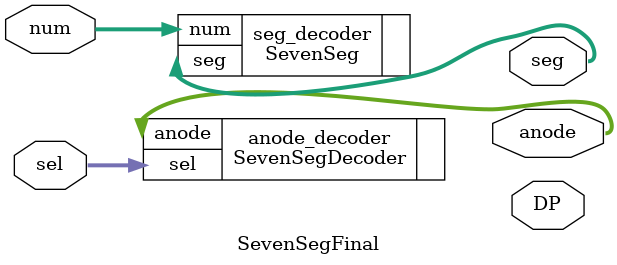
<source format=sv>
`timescale 1ns / 1ps


module SevenSegFinal(
    input  logic [3:0] num,   
    input  logic [2:0] sel,    
    output logic [6:0] seg, 
    output logic DP,   
    output logic [7:0] anode
);

    SevenSeg seg_decoder (
        .num(num),
        .seg(seg)
    );
    
    SevenSegDecoder anode_decoder (
        .sel(sel),
        .anode(anode)
    );

endmodule


</source>
